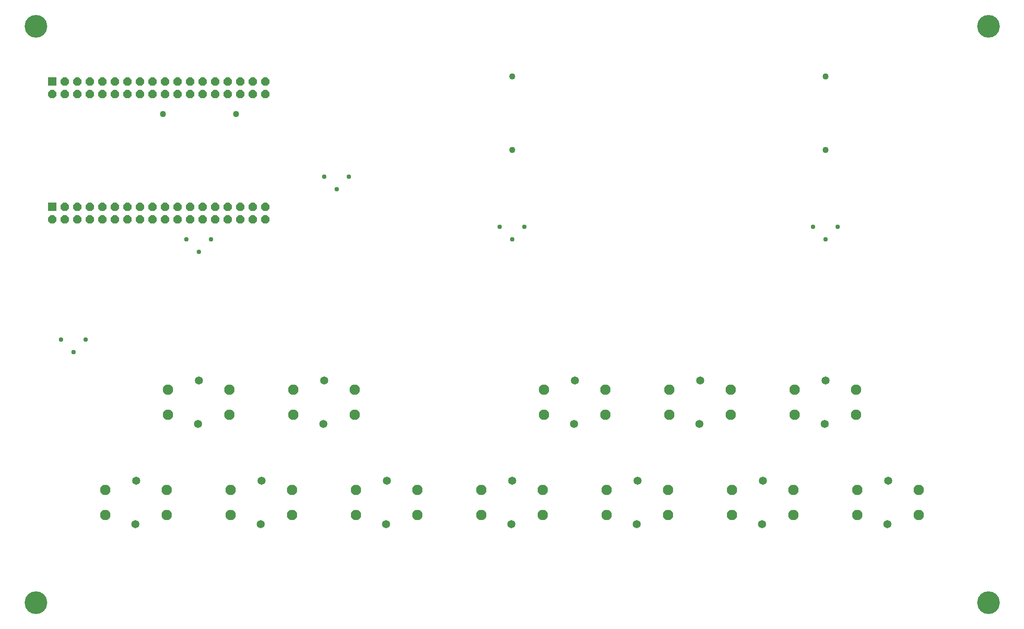
<source format=gbr>
G04 EAGLE Gerber RS-274X export*
G75*
%MOMM*%
%FSLAX34Y34*%
%LPD*%
%INSoldermask Bottom*%
%IPPOS*%
%AMOC8*
5,1,8,0,0,1.08239X$1,22.5*%
G01*
%ADD10R,1.676400X1.676400*%
%ADD11P,1.814519X8X22.500000*%
%ADD12C,4.597400*%
%ADD13C,2.112400*%
%ADD14C,1.652400*%
%ADD15C,0.957200*%
%ADD16C,1.272400*%


D10*
X84500Y1107700D03*
D11*
X84500Y1082300D03*
X109900Y1107700D03*
X109900Y1082300D03*
X135300Y1107700D03*
X135300Y1082300D03*
X160700Y1107700D03*
X160700Y1082300D03*
X186100Y1107700D03*
X186100Y1082300D03*
X211500Y1107700D03*
X211500Y1082300D03*
X236900Y1107700D03*
X236900Y1082300D03*
X262300Y1107700D03*
X262300Y1082300D03*
X287700Y1107700D03*
X287700Y1082300D03*
X313100Y1107700D03*
X313100Y1082300D03*
X338500Y1107700D03*
X338500Y1082300D03*
X363900Y1107700D03*
X363900Y1082300D03*
X389300Y1107700D03*
X389300Y1082300D03*
X414700Y1107700D03*
X414700Y1082300D03*
X440100Y1107700D03*
X440100Y1082300D03*
X465500Y1107700D03*
X465500Y1082300D03*
X490900Y1107700D03*
X490900Y1082300D03*
X516300Y1107700D03*
X516300Y1082300D03*
D10*
X84500Y853700D03*
D11*
X84500Y828300D03*
X109900Y853700D03*
X109900Y828300D03*
X135300Y853700D03*
X135300Y828300D03*
X160700Y853700D03*
X160700Y828300D03*
X186100Y853700D03*
X186100Y828300D03*
X211500Y853700D03*
X211500Y828300D03*
X236900Y853700D03*
X236900Y828300D03*
X262300Y853700D03*
X262300Y828300D03*
X287700Y853700D03*
X287700Y828300D03*
X313100Y853700D03*
X313100Y828300D03*
X338500Y853700D03*
X338500Y828300D03*
X363900Y853700D03*
X363900Y828300D03*
X389300Y853700D03*
X389300Y828300D03*
X414700Y853700D03*
X414700Y828300D03*
X440100Y853700D03*
X440100Y828300D03*
X465500Y853700D03*
X465500Y828300D03*
X490900Y853700D03*
X490900Y828300D03*
X516300Y853700D03*
X516300Y828300D03*
D12*
X50800Y50800D03*
X50800Y1219200D03*
X1981200Y50800D03*
X1981200Y1219200D03*
D13*
X316500Y279000D03*
X316500Y229000D03*
X191500Y229000D03*
X191500Y279000D03*
D14*
X254000Y297750D03*
X252750Y210250D03*
D13*
X443500Y482200D03*
X443500Y432200D03*
X318500Y432200D03*
X318500Y482200D03*
D14*
X381000Y500950D03*
X379750Y413450D03*
D13*
X570500Y279000D03*
X570500Y229000D03*
X445500Y229000D03*
X445500Y279000D03*
D14*
X508000Y297750D03*
X506750Y210250D03*
D13*
X697500Y482200D03*
X697500Y432200D03*
X572500Y432200D03*
X572500Y482200D03*
D14*
X635000Y500950D03*
X633750Y413450D03*
D13*
X824500Y279000D03*
X824500Y229000D03*
X699500Y229000D03*
X699500Y279000D03*
D14*
X762000Y297750D03*
X760750Y210250D03*
D13*
X1078500Y279000D03*
X1078500Y229000D03*
X953500Y229000D03*
X953500Y279000D03*
D14*
X1016000Y297750D03*
X1014750Y210250D03*
D13*
X1205500Y482200D03*
X1205500Y432200D03*
X1080500Y432200D03*
X1080500Y482200D03*
D14*
X1143000Y500950D03*
X1141750Y413450D03*
D13*
X1332500Y279000D03*
X1332500Y229000D03*
X1207500Y229000D03*
X1207500Y279000D03*
D14*
X1270000Y297750D03*
X1268750Y210250D03*
D13*
X1459500Y482200D03*
X1459500Y432200D03*
X1334500Y432200D03*
X1334500Y482200D03*
D14*
X1397000Y500950D03*
X1395750Y413450D03*
D13*
X1586500Y279000D03*
X1586500Y229000D03*
X1461500Y229000D03*
X1461500Y279000D03*
D14*
X1524000Y297750D03*
X1522750Y210250D03*
D13*
X1713500Y482200D03*
X1713500Y432200D03*
X1588500Y432200D03*
X1588500Y482200D03*
D14*
X1651000Y500950D03*
X1649750Y413450D03*
D13*
X1840500Y279000D03*
X1840500Y229000D03*
X1715500Y229000D03*
X1715500Y279000D03*
D14*
X1778000Y297750D03*
X1776750Y210250D03*
D15*
X991000Y812800D03*
X1041000Y812800D03*
X1016000Y787800D03*
X1626000Y812800D03*
X1676000Y812800D03*
X1651000Y787800D03*
X102000Y584200D03*
X152000Y584200D03*
X127000Y559200D03*
X635400Y914400D03*
X685400Y914400D03*
X660400Y889400D03*
X356000Y787400D03*
X406000Y787400D03*
X381000Y762400D03*
D16*
X456800Y1041400D03*
X308500Y1041400D03*
X1651000Y1117200D03*
X1651000Y968900D03*
X1016000Y1117200D03*
X1016000Y968900D03*
M02*

</source>
